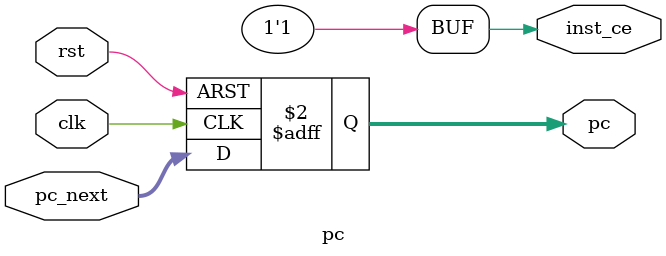
<source format=v>
module pc
	#(parameter N=8) (
	input clk,rst,
	input [N-1:0] pc_next,

	output reg [N-1:0] pc,
	output wire inst_ce
    );

	assign inst_ce = 1'b1;
	always @(posedge clk,posedge rst) begin
		if(rst) begin
			pc <= 0;
		end
		else begin
			pc <= pc_next;
		end
	end
endmodule
</source>
